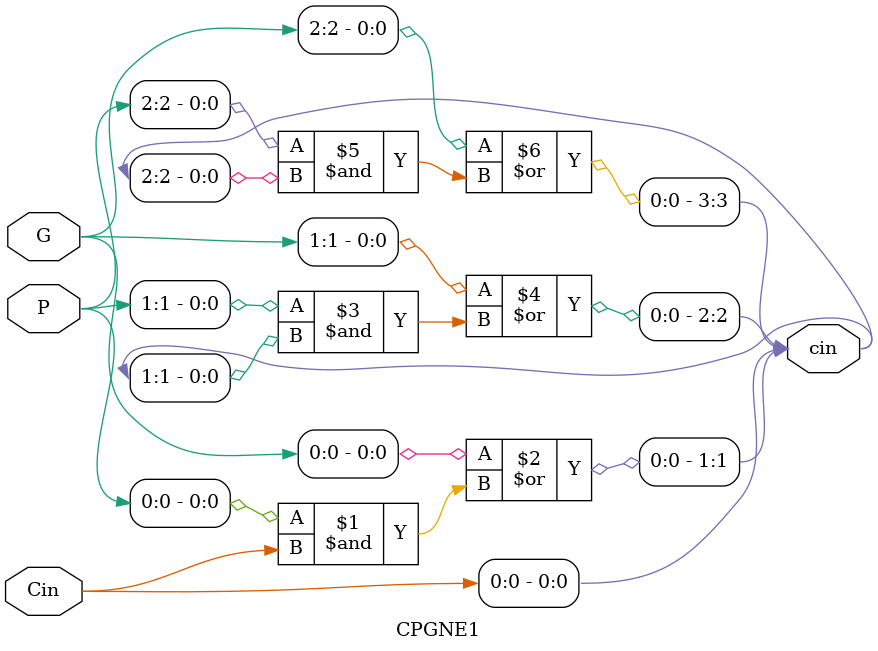
<source format=v>
`timescale 1ns / 1ps


module CPGNE1(
    input [3:0] G, P,         // Generate and Propagate signals for all 4 bits
    input Cin,                // Global carry-in
    output [3:0] cin          // Carry signals for each bit
);
    assign cin[0] = Cin;                       // Carry into bit 0
    assign cin[1] = G[0] | (P[0] & Cin);       // Carry into bit 1
    assign cin[2] = G[1] | (P[1] & cin[1]);    // Carry into bit 2
    assign cin[3] = G[2] | (P[2] & cin[2]);    // Carry into bit 3
endmodule


</source>
